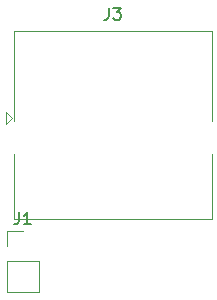
<source format=gto>
G04 #@! TF.GenerationSoftware,KiCad,Pcbnew,(5.1.10)-1*
G04 #@! TF.CreationDate,2021-11-17T17:41:03-06:00*
G04 #@! TF.ProjectId,RJ45 Clearpath BOB,524a3435-2043-46c6-9561-727061746820,rev?*
G04 #@! TF.SameCoordinates,Original*
G04 #@! TF.FileFunction,Legend,Top*
G04 #@! TF.FilePolarity,Positive*
%FSLAX46Y46*%
G04 Gerber Fmt 4.6, Leading zero omitted, Abs format (unit mm)*
G04 Created by KiCad (PCBNEW (5.1.10)-1) date 2021-11-17 17:41:03*
%MOMM*%
%LPD*%
G01*
G04 APERTURE LIST*
%ADD10C,0.120000*%
%ADD11C,0.150000*%
G04 APERTURE END LIST*
D10*
X217000000Y-99130000D02*
X217500000Y-99630000D01*
X217000000Y-100130000D02*
X217000000Y-99130000D01*
X217500000Y-99630000D02*
X217000000Y-100130000D01*
X234425000Y-108190000D02*
X234425000Y-102630000D01*
X217695000Y-108190000D02*
X217695000Y-102630000D01*
X217695000Y-108190000D02*
X234425000Y-108190000D01*
X234425000Y-92220000D02*
X234425000Y-99830000D01*
X217695000Y-92220000D02*
X217695000Y-99830000D01*
X217695000Y-92220000D02*
X234425000Y-92220000D01*
X217110000Y-109160000D02*
X218440000Y-109160000D01*
X217110000Y-110490000D02*
X217110000Y-109160000D01*
X217110000Y-111760000D02*
X219770000Y-111760000D01*
X219770000Y-111760000D02*
X219770000Y-114360000D01*
X217110000Y-111760000D02*
X217110000Y-114360000D01*
X217110000Y-114360000D02*
X219770000Y-114360000D01*
D11*
X225726666Y-90282380D02*
X225726666Y-90996666D01*
X225679047Y-91139523D01*
X225583809Y-91234761D01*
X225440952Y-91282380D01*
X225345714Y-91282380D01*
X226107619Y-90282380D02*
X226726666Y-90282380D01*
X226393333Y-90663333D01*
X226536190Y-90663333D01*
X226631428Y-90710952D01*
X226679047Y-90758571D01*
X226726666Y-90853809D01*
X226726666Y-91091904D01*
X226679047Y-91187142D01*
X226631428Y-91234761D01*
X226536190Y-91282380D01*
X226250476Y-91282380D01*
X226155238Y-91234761D01*
X226107619Y-91187142D01*
X218106666Y-107612380D02*
X218106666Y-108326666D01*
X218059047Y-108469523D01*
X217963809Y-108564761D01*
X217820952Y-108612380D01*
X217725714Y-108612380D01*
X219106666Y-108612380D02*
X218535238Y-108612380D01*
X218820952Y-108612380D02*
X218820952Y-107612380D01*
X218725714Y-107755238D01*
X218630476Y-107850476D01*
X218535238Y-107898095D01*
M02*

</source>
